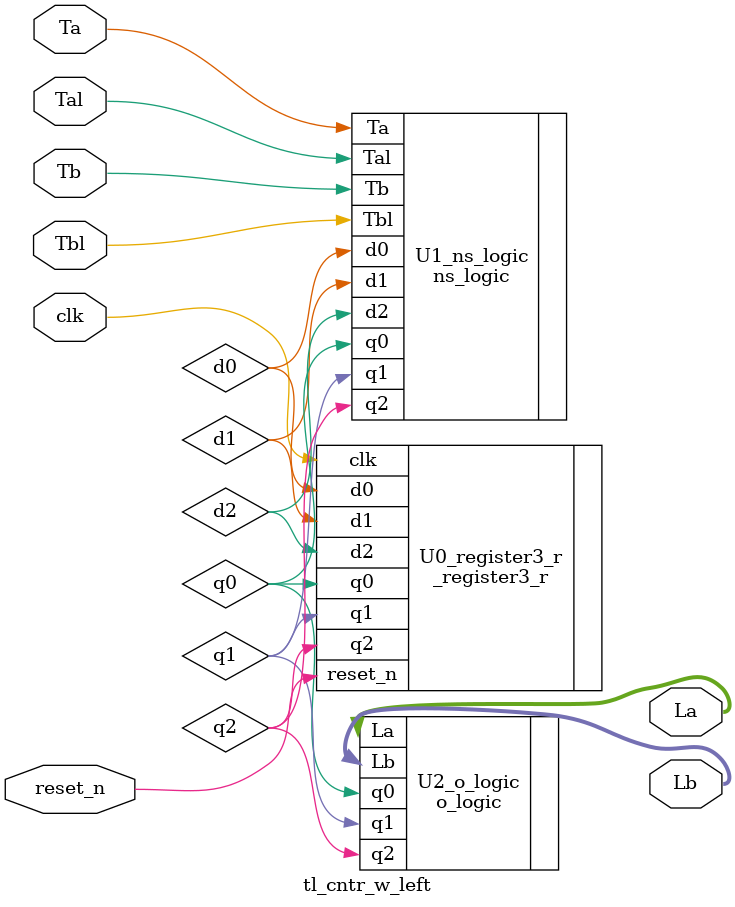
<source format=v>
module tl_cntr_w_left(clk,reset_n,Ta,Tal,Tb,Tbl,La,Lb);//TLC with left top module
	input clk,reset_n,Ta,Tal,Tb,Tbl;//set input clk,reset_n, Ta, Tal, Tb, Tbl
	output [1:0]La,Lb;//set output 2bit La, Lb
	//declare wires
	wire q0,q1,q2,d0,d1,d2;
	//store current state value
	_register3_r U0_register3_r(.clk(clk),.reset_n(reset_n),.d0(d0),.d1(d1),.d2(d2),.q0(q0),.q1(q1),.q2(q2));
	//combination logic that determine next state
	ns_logic U1_ns_logic(.Ta(Ta),.Tal(Tal),.Tb(Tb),.Tbl(Tbl),.q0(q0),.q1(q1),.q2(q2),.d0(d0),.d1(d1),.d2(d2));
	//combination loginc that determine output by current state value
	o_logic U2_o_logic(.q0(q0),.q1(q1),.q2(q2),.La(La),.Lb(Lb));
	
endmodule

</source>
